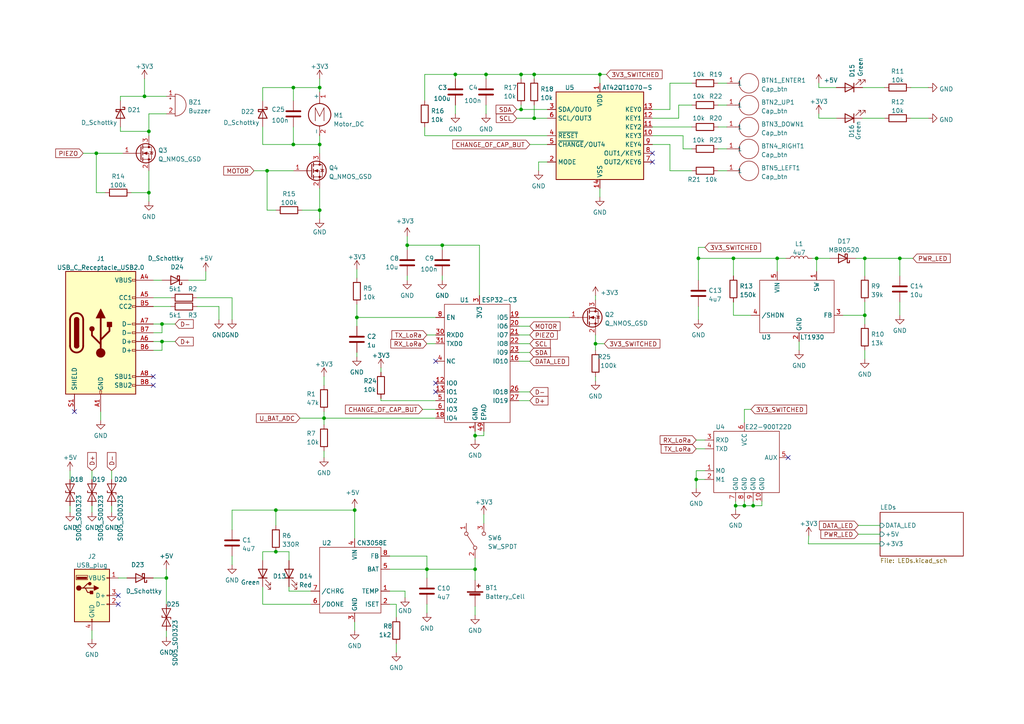
<source format=kicad_sch>
(kicad_sch (version 20211123) (generator eeschema)
  (paper "A4")
  (title_block (title "Semafor") (rev "1"))
  (junction (at 154.94 34.29))
  (junction (at 92.71 60.96))
  (junction (at 225.425 74.93))
  (junction (at 154.94 21.59))
  (junction (at 201.93 139.065))
  (junction (at 250.825 74.93))
  (junction (at 173.99 21.59))
  (junction (at 27.94 44.45))
  (junction (at 151.13 21.59))
  (junction (at 93.98 121.285))
  (junction (at 46.99 93.98))
  (junction (at 218.44 146.685))
  (junction (at 103.505 92.075))
  (junction (at 202.565 74.93))
  (junction (at 172.72 99.695))
  (junction (at 80.01 147.955))
  (junction (at 128.27 71.12))
  (junction (at 137.795 126.365))
  (junction (at 151.13 31.75))
  (junction (at 236.855 74.93))
  (junction (at 140.97 21.59))
  (junction (at 80.01 160.02))
  (junction (at 123.825 165.1))
  (junction (at 92.71 25.4))
  (junction (at 212.725 74.93))
  (junction (at 250.825 91.44))
  (junction (at 132.08 21.59))
  (junction (at 85.09 25.4))
  (junction (at 43.18 38.1))
  (junction (at 260.985 74.93))
  (junction (at 77.47 49.53))
  (junction (at 92.71 41.91))
  (junction (at 213.36 146.685))
  (junction (at 118.11 71.12))
  (junction (at 46.99 99.06))
  (junction (at 102.87 147.955))
  (junction (at 215.9 146.685))
  (junction (at 41.91 27.94))
  (junction (at 85.09 41.91))
  (junction (at 43.18 55.88))
  (junction (at 48.26 167.64))
  (junction (at 137.795 165.1))
  (no_connect (at 126.365 113.665))
  (no_connect (at 34.29 172.72))
  (no_connect (at 228.6 132.715))
  (no_connect (at 44.45 109.22))
  (no_connect (at 44.45 111.76))
  (no_connect (at 126.365 111.125))
  (no_connect (at 34.29 175.26))
  (no_connect (at 189.23 44.45))
  (no_connect (at 189.23 46.99))
  (no_connect (at 126.365 104.775))
  (no_connect (at 21.59 119.38))
  (wire (pts (xy 114.935 186.69) (xy 114.935 189.23)))
  (wire (pts (xy 150.495 94.615) (xy 153.67 94.615)))
  (wire (pts (xy 57.15 88.9) (xy 63.5 88.9)))
  (wire (pts (xy 54.61 81.28) (xy 59.69 81.28)))
  (wire (pts (xy 140.97 30.48) (xy 140.97 33.02)))
  (wire (pts (xy 213.36 146.685) (xy 213.36 147.955)))
  (wire (pts (xy 43.18 38.1) (xy 43.18 33.02)))
  (wire (pts (xy 172.72 97.155) (xy 172.72 99.695)))
  (wire (pts (xy 102.87 180.34) (xy 102.87 182.88)))
  (wire (pts (xy 83.82 170.18) (xy 83.82 171.45)))
  (wire (pts (xy 117.475 173.355) (xy 117.475 171.45)))
  (wire (pts (xy 26.67 146.685) (xy 26.67 148.59)))
  (wire (pts (xy 137.795 175.895) (xy 137.795 178.435)))
  (wire (pts (xy 34.925 36.83) (xy 34.925 38.1)))
  (wire (pts (xy 44.45 88.9) (xy 49.53 88.9)))
  (wire (pts (xy 67.31 161.29) (xy 67.31 163.83)))
  (wire (pts (xy 92.71 39.37) (xy 92.71 41.91)))
  (wire (pts (xy 93.98 119.38) (xy 93.98 121.285)))
  (wire (pts (xy 27.94 55.88) (xy 27.94 44.45)))
  (wire (pts (xy 194.31 31.75) (xy 194.31 24.13)))
  (wire (pts (xy 250.19 25.4) (xy 256.54 25.4)))
  (wire (pts (xy 92.71 54.61) (xy 92.71 60.96)))
  (wire (pts (xy 235.585 74.93) (xy 236.855 74.93)))
  (wire (pts (xy 73.66 49.53) (xy 77.47 49.53)))
  (wire (pts (xy 123.825 99.695) (xy 126.365 99.695)))
  (wire (pts (xy 85.09 36.83) (xy 85.09 41.91)))
  (wire (pts (xy 204.47 71.755) (xy 202.565 71.755)))
  (wire (pts (xy 126.365 116.205) (xy 110.49 116.205)))
  (wire (pts (xy 248.285 74.93) (xy 250.825 74.93)))
  (wire (pts (xy 34.925 38.1) (xy 43.18 38.1)))
  (wire (pts (xy 189.23 39.37) (xy 198.12 39.37)))
  (wire (pts (xy 204.47 136.525) (xy 201.93 136.525)))
  (wire (pts (xy 30.48 55.88) (xy 27.94 55.88)))
  (wire (pts (xy 173.99 54.61) (xy 173.99 57.15)))
  (wire (pts (xy 57.15 86.36) (xy 67.31 86.36)))
  (wire (pts (xy 46.99 93.98) (xy 50.8 93.98)))
  (wire (pts (xy 137.795 125.095) (xy 137.795 126.365)))
  (wire (pts (xy 92.71 22.86) (xy 92.71 25.4)))
  (wire (pts (xy 123.19 29.21) (xy 123.19 21.59)))
  (wire (pts (xy 250.825 80.01) (xy 250.825 74.93)))
  (wire (pts (xy 149.86 31.75) (xy 151.13 31.75)))
  (wire (pts (xy 118.11 80.01) (xy 118.11 81.28)))
  (wire (pts (xy 132.08 30.48) (xy 132.08 33.02)))
  (wire (pts (xy 151.13 21.59) (xy 151.13 22.86)))
  (wire (pts (xy 260.985 74.93) (xy 260.985 80.01)))
  (wire (pts (xy 80.01 60.96) (xy 77.47 60.96)))
  (wire (pts (xy 113.03 175.26) (xy 114.935 175.26)))
  (wire (pts (xy 80.01 147.955) (xy 80.01 152.4)))
  (wire (pts (xy 264.16 25.4) (xy 269.24 25.4)))
  (wire (pts (xy 250.19 34.29) (xy 256.54 34.29)))
  (wire (pts (xy 225.425 74.93) (xy 227.965 74.93)))
  (wire (pts (xy 59.69 81.28) (xy 59.69 78.74)))
  (wire (pts (xy 154.94 30.48) (xy 154.94 34.29)))
  (wire (pts (xy 208.28 49.53) (xy 210.82 49.53)))
  (wire (pts (xy 140.97 21.59) (xy 151.13 21.59)))
  (wire (pts (xy 194.31 49.53) (xy 200.66 49.53)))
  (wire (pts (xy 113.03 171.45) (xy 117.475 171.45)))
  (wire (pts (xy 137.795 126.365) (xy 137.795 127.635)))
  (wire (pts (xy 189.23 31.75) (xy 194.31 31.75)))
  (wire (pts (xy 156.21 46.99) (xy 156.21 49.53)))
  (wire (pts (xy 63.5 88.9) (xy 63.5 92.71)))
  (wire (pts (xy 212.725 91.44) (xy 212.725 87.63)))
  (wire (pts (xy 43.18 55.88) (xy 43.18 58.42)))
  (wire (pts (xy 92.71 25.4) (xy 92.71 26.67)))
  (wire (pts (xy 201.93 139.065) (xy 201.93 141.605)))
  (wire (pts (xy 215.9 146.685) (xy 213.36 146.685)))
  (wire (pts (xy 43.18 49.53) (xy 43.18 55.88)))
  (wire (pts (xy 139.065 71.12) (xy 128.27 71.12)))
  (wire (pts (xy 175.26 99.695) (xy 172.72 99.695)))
  (wire (pts (xy 48.26 182.88) (xy 48.26 184.785)))
  (wire (pts (xy 236.855 74.93) (xy 236.855 78.74)))
  (wire (pts (xy 150.495 104.775) (xy 153.67 104.775)))
  (wire (pts (xy 128.27 71.12) (xy 128.27 72.39)))
  (wire (pts (xy 172.72 85.725) (xy 172.72 86.995)))
  (wire (pts (xy 67.31 147.955) (xy 67.31 153.67)))
  (wire (pts (xy 85.09 25.4) (xy 92.71 25.4)))
  (wire (pts (xy 196.85 34.29) (xy 196.85 30.48)))
  (wire (pts (xy 173.99 21.59) (xy 175.895 21.59)))
  (wire (pts (xy 217.805 118.745) (xy 215.9 118.745)))
  (wire (pts (xy 140.97 22.86) (xy 140.97 21.59)))
  (wire (pts (xy 76.2 41.91) (xy 85.09 41.91)))
  (wire (pts (xy 44.45 99.06) (xy 46.99 99.06)))
  (wire (pts (xy 236.855 74.93) (xy 240.665 74.93)))
  (wire (pts (xy 208.28 24.13) (xy 210.82 24.13)))
  (wire (pts (xy 114.935 175.26) (xy 114.935 179.07)))
  (wire (pts (xy 110.49 116.205) (xy 110.49 115.57)))
  (wire (pts (xy 215.9 118.745) (xy 215.9 122.555)))
  (wire (pts (xy 250.825 74.93) (xy 260.985 74.93)))
  (wire (pts (xy 113.03 161.29) (xy 123.825 161.29)))
  (wire (pts (xy 90.17 171.45) (xy 83.82 171.45)))
  (wire (pts (xy 198.12 39.37) (xy 198.12 43.18)))
  (wire (pts (xy 172.72 99.695) (xy 172.72 101.6)))
  (wire (pts (xy 150.495 92.075) (xy 165.1 92.075)))
  (wire (pts (xy 237.49 33.02) (xy 237.49 34.29)))
  (wire (pts (xy 237.49 25.4) (xy 237.49 24.13)))
  (wire (pts (xy 118.11 71.12) (xy 128.27 71.12)))
  (wire (pts (xy 48.26 27.94) (xy 41.91 27.94)))
  (wire (pts (xy 77.47 49.53) (xy 85.09 49.53)))
  (wire (pts (xy 220.98 146.685) (xy 218.44 146.685)))
  (wire (pts (xy 123.19 21.59) (xy 132.08 21.59)))
  (wire (pts (xy 118.11 68.58) (xy 118.11 71.12)))
  (wire (pts (xy 128.27 80.01) (xy 128.27 81.28)))
  (wire (pts (xy 27.94 44.45) (xy 35.56 44.45)))
  (wire (pts (xy 196.85 30.48) (xy 200.66 30.48)))
  (wire (pts (xy 92.71 41.91) (xy 92.71 44.45)))
  (wire (pts (xy 76.2 160.02) (xy 80.01 160.02)))
  (wire (pts (xy 102.87 147.955) (xy 102.87 156.21)))
  (wire (pts (xy 150.495 116.205) (xy 153.67 116.205)))
  (wire (pts (xy 158.75 39.37) (xy 123.19 39.37)))
  (wire (pts (xy 149.86 34.29) (xy 154.94 34.29)))
  (wire (pts (xy 123.825 175.26) (xy 123.825 177.8)))
  (wire (pts (xy 38.1 55.88) (xy 43.18 55.88)))
  (wire (pts (xy 158.75 46.99) (xy 156.21 46.99)))
  (wire (pts (xy 250.825 91.44) (xy 250.825 93.98)))
  (wire (pts (xy 90.17 175.26) (xy 76.2 175.26)))
  (wire (pts (xy 93.98 121.285) (xy 93.98 123.19)))
  (wire (pts (xy 153.67 41.91) (xy 158.75 41.91)))
  (wire (pts (xy 208.28 30.48) (xy 210.82 30.48)))
  (wire (pts (xy 44.45 93.98) (xy 46.99 93.98)))
  (wire (pts (xy 93.98 121.285) (xy 126.365 121.285)))
  (wire (pts (xy 29.21 119.38) (xy 29.21 121.92)))
  (wire (pts (xy 194.31 24.13) (xy 200.66 24.13)))
  (wire (pts (xy 123.825 161.29) (xy 123.825 165.1)))
  (wire (pts (xy 87.63 60.96) (xy 92.71 60.96)))
  (wire (pts (xy 41.91 22.86) (xy 41.91 27.94)))
  (wire (pts (xy 44.45 101.6) (xy 46.99 101.6)))
  (wire (pts (xy 250.825 87.63) (xy 250.825 91.44)))
  (wire (pts (xy 208.28 36.83) (xy 210.82 36.83)))
  (wire (pts (xy 218.44 145.415) (xy 218.44 146.685)))
  (wire (pts (xy 76.2 162.56) (xy 76.2 160.02)))
  (wire (pts (xy 150.495 113.665) (xy 153.67 113.665)))
  (wire (pts (xy 44.45 167.64) (xy 48.26 167.64)))
  (wire (pts (xy 43.18 33.02) (xy 48.26 33.02)))
  (wire (pts (xy 264.795 74.93) (xy 260.985 74.93)))
  (wire (pts (xy 132.08 22.86) (xy 132.08 21.59)))
  (wire (pts (xy 260.985 87.63) (xy 260.985 91.44)))
  (wire (pts (xy 201.93 136.525) (xy 201.93 139.065)))
  (wire (pts (xy 76.2 25.4) (xy 85.09 25.4)))
  (wire (pts (xy 202.565 88.9) (xy 202.565 92.71)))
  (wire (pts (xy 201.93 130.175) (xy 204.47 130.175)))
  (wire (pts (xy 24.13 44.45) (xy 27.94 44.45)))
  (wire (pts (xy 139.065 85.725) (xy 139.065 71.12)))
  (wire (pts (xy 123.825 167.64) (xy 123.825 165.1)))
  (wire (pts (xy 44.45 96.52) (xy 46.99 96.52)))
  (wire (pts (xy 26.67 182.88) (xy 26.67 185.42)))
  (wire (pts (xy 208.28 43.18) (xy 210.82 43.18)))
  (wire (pts (xy 202.565 71.755) (xy 202.565 74.93)))
  (wire (pts (xy 103.505 102.235) (xy 103.505 103.505)))
  (wire (pts (xy 255.27 157.734) (xy 234.442 157.734)))
  (wire (pts (xy 20.32 146.685) (xy 20.32 148.59)))
  (wire (pts (xy 150.495 102.235) (xy 153.67 102.235)))
  (wire (pts (xy 86.995 121.285) (xy 93.98 121.285)))
  (wire (pts (xy 123.825 97.155) (xy 126.365 97.155)))
  (wire (pts (xy 173.99 21.59) (xy 173.99 24.13)))
  (wire (pts (xy 77.47 60.96) (xy 77.47 49.53)))
  (wire (pts (xy 237.49 25.4) (xy 242.57 25.4)))
  (wire (pts (xy 234.569 155.448) (xy 234.442 157.734)))
  (wire (pts (xy 67.31 147.955) (xy 80.01 147.955)))
  (wire (pts (xy 244.475 91.44) (xy 250.825 91.44)))
  (wire (pts (xy 202.565 74.93) (xy 202.565 81.28)))
  (wire (pts (xy 80.01 147.955) (xy 102.87 147.955)))
  (wire (pts (xy 201.93 139.065) (xy 204.47 139.065)))
  (wire (pts (xy 123.19 39.37) (xy 123.19 36.83)))
  (wire (pts (xy 150.495 99.695) (xy 153.67 99.695)))
  (wire (pts (xy 225.425 78.74) (xy 225.425 74.93)))
  (wire (pts (xy 140.335 126.365) (xy 137.795 126.365)))
  (wire (pts (xy 20.32 136.525) (xy 20.32 139.065)))
  (wire (pts (xy 250.825 101.6) (xy 250.825 104.14)))
  (wire (pts (xy 202.565 74.93) (xy 212.725 74.93)))
  (wire (pts (xy 44.45 86.36) (xy 49.53 86.36)))
  (wire (pts (xy 83.82 162.56) (xy 83.82 160.02)))
  (wire (pts (xy 248.92 154.94) (xy 255.27 154.94)))
  (wire (pts (xy 103.505 92.075) (xy 126.365 92.075)))
  (wire (pts (xy 231.775 99.06) (xy 231.775 101.6)))
  (wire (pts (xy 154.94 34.29) (xy 158.75 34.29)))
  (wire (pts (xy 198.12 43.18) (xy 200.66 43.18)))
  (wire (pts (xy 151.13 30.48) (xy 151.13 31.75)))
  (wire (pts (xy 46.99 93.98) (xy 46.99 96.52)))
  (wire (pts (xy 85.09 25.4) (xy 85.09 29.21)))
  (wire (pts (xy 85.09 41.91) (xy 92.71 41.91)))
  (wire (pts (xy 93.98 109.22) (xy 93.98 111.76)))
  (wire (pts (xy 137.795 161.925) (xy 137.795 165.1)))
  (wire (pts (xy 150.495 97.155) (xy 153.67 97.155)))
  (wire (pts (xy 44.45 81.28) (xy 46.99 81.28)))
  (wire (pts (xy 154.94 21.59) (xy 173.99 21.59)))
  (wire (pts (xy 34.925 27.94) (xy 41.91 27.94)))
  (wire (pts (xy 103.505 88.265) (xy 103.505 92.075)))
  (wire (pts (xy 140.335 149.225) (xy 140.335 151.765)))
  (wire (pts (xy 189.23 34.29) (xy 196.85 34.29)))
  (wire (pts (xy 154.94 21.59) (xy 154.94 22.86)))
  (wire (pts (xy 189.23 41.91) (xy 194.31 41.91)))
  (wire (pts (xy 102.87 147.32) (xy 102.87 147.955)))
  (wire (pts (xy 151.13 21.59) (xy 154.94 21.59)))
  (wire (pts (xy 194.31 41.91) (xy 194.31 49.53)))
  (wire (pts (xy 172.72 109.22) (xy 172.72 110.49)))
  (wire (pts (xy 48.26 167.64) (xy 48.26 175.26)))
  (wire (pts (xy 26.67 136.525) (xy 26.67 139.065)))
  (wire (pts (xy 237.49 34.29) (xy 242.57 34.29)))
  (wire (pts (xy 34.29 167.64) (xy 36.83 167.64)))
  (wire (pts (xy 123.825 165.1) (xy 137.795 165.1)))
  (wire (pts (xy 103.505 78.105) (xy 103.505 80.645)))
  (wire (pts (xy 215.9 145.415) (xy 215.9 146.685)))
  (wire (pts (xy 140.335 125.095) (xy 140.335 126.365)))
  (wire (pts (xy 218.44 146.685) (xy 215.9 146.685)))
  (wire (pts (xy 213.36 145.415) (xy 213.36 146.685)))
  (wire (pts (xy 48.26 165.1) (xy 48.26 167.64)))
  (wire (pts (xy 212.725 80.01) (xy 212.725 74.93)))
  (wire (pts (xy 217.805 91.44) (xy 212.725 91.44)))
  (wire (pts (xy 76.2 170.18) (xy 76.2 175.26)))
  (wire (pts (xy 264.16 34.29) (xy 269.24 34.29)))
  (wire (pts (xy 122.555 118.745) (xy 126.365 118.745)))
  (wire (pts (xy 151.13 31.75) (xy 158.75 31.75)))
  (wire (pts (xy 113.03 165.1) (xy 123.825 165.1)))
  (wire (pts (xy 32.385 146.685) (xy 32.385 148.59)))
  (wire (pts (xy 93.98 130.81) (xy 93.98 132.715)))
  (wire (pts (xy 110.49 106.68) (xy 110.49 107.95)))
  (wire (pts (xy 189.23 36.83) (xy 200.66 36.83)))
  (wire (pts (xy 43.18 38.1) (xy 43.18 39.37)))
  (wire (pts (xy 118.11 72.39) (xy 118.11 71.12)))
  (wire (pts (xy 248.92 152.4) (xy 255.27 152.4)))
  (wire (pts (xy 76.2 29.21) (xy 76.2 25.4)))
  (wire (pts (xy 46.99 99.06) (xy 46.99 101.6)))
  (wire (pts (xy 132.08 21.59) (xy 140.97 21.59)))
  (wire (pts (xy 67.31 86.36) (xy 67.31 92.71)))
  (wire (pts (xy 92.71 60.96) (xy 92.71 63.5)))
  (wire (pts (xy 80.01 160.02) (xy 83.82 160.02)))
  (wire (pts (xy 32.385 136.525) (xy 32.385 139.065)))
  (wire (pts (xy 220.98 145.415) (xy 220.98 146.685)))
  (wire (pts (xy 212.725 74.93) (xy 225.425 74.93)))
  (wire (pts (xy 34.925 27.94) (xy 34.925 29.21)))
  (wire (pts (xy 103.505 92.075) (xy 103.505 94.615)))
  (wire (pts (xy 137.795 165.1) (xy 137.795 168.275)))
  (wire (pts (xy 76.2 36.83) (xy 76.2 41.91)))
  (wire (pts (xy 201.93 127.635) (xy 204.47 127.635)))
  (wire (pts (xy 46.99 99.06) (xy 50.8 99.06)))
  (global_label "SDA" (shape input) (at 149.86 31.75 180) (property "Intersheet References" "${INTERSHEET_REFS}" (effects hide)))
  (global_label "MOTOR" (shape input) (at 153.67 94.615 0) (property "Intersheet References" "${INTERSHEET_REFS}" (effects hide)))
  (global_label "D+" (shape input) (at 153.67 116.205 0) (property "Intersheet References" "${INTERSHEET_REFS}" (effects hide)))
  (global_label "DATA_LED" (shape input) (at 153.67 104.775 0) (property "Intersheet References" "${INTERSHEET_REFS}" (effects hide)))
  (global_label "CHANGE_OF_CAP_BUT" (shape input) (at 153.67 41.91 180) (property "Intersheet References" "${INTERSHEET_REFS}" (effects hide)))
  (global_label "3V3_SWITCHED" (shape input) (at 204.47 71.755 0) (property "Intersheet References" "${INTERSHEET_REFS}" (effects hide)))
  (global_label "SCL" (shape input) (at 149.86 34.29 180) (property "Intersheet References" "${INTERSHEET_REFS}" (effects hide)))
  (global_label "D+" (shape input) (at 50.8 99.06 0) (property "Intersheet References" "${INTERSHEET_REFS}" (effects hide)))
  (global_label "3V3_SWITCHED" (shape input) (at 217.805 118.745 0) (property "Intersheet References" "${INTERSHEET_REFS}" (effects hide)))
  (global_label "DATA_LED" (shape input) (at 248.92 152.4 180) (property "Intersheet References" "${INTERSHEET_REFS}" (effects hide)))
  (global_label "3V3_SWITCHED" (shape input) (at 175.26 99.695 0) (property "Intersheet References" "${INTERSHEET_REFS}" (effects hide)))
  (global_label "D-" (shape input) (at 32.385 136.525 90) (property "Intersheet References" "${INTERSHEET_REFS}" (effects hide)))
  (global_label "MOTOR" (shape input) (at 73.66 49.53 180) (property "Intersheet References" "${INTERSHEET_REFS}" (effects hide)))
  (global_label "SDA" (shape input) (at 153.67 102.235 0) (property "Intersheet References" "${INTERSHEET_REFS}" (effects hide)))
  (global_label "3V3_SWITCHED" (shape input) (at 175.895 21.59 0) (property "Intersheet References" "${INTERSHEET_REFS}" (effects hide)))
  (global_label "U_BAT_ADC" (shape input) (at 86.995 121.285 180) (property "Intersheet References" "${INTERSHEET_REFS}" (effects hide)))
  (global_label "PWR_LED" (shape input) (at 248.92 154.94 180) (property "Intersheet References" "${INTERSHEET_REFS}" (effects hide)))
  (global_label "PIEZO" (shape input) (at 153.67 97.155 0) (property "Intersheet References" "${INTERSHEET_REFS}" (effects hide)))
  (global_label "RX_LoRa" (shape input) (at 123.825 99.695 180) (property "Intersheet References" "${INTERSHEET_REFS}" (effects hide)))
  (global_label "TX_LoRa" (shape input) (at 201.93 130.175 180) (property "Intersheet References" "${INTERSHEET_REFS}" (effects hide)))
  (global_label "D-" (shape input) (at 50.8 93.98 0) (property "Intersheet References" "${INTERSHEET_REFS}" (effects hide)))
  (global_label "TX_LoRa" (shape input) (at 123.825 97.155 180) (property "Intersheet References" "${INTERSHEET_REFS}" (effects hide)))
  (global_label "SCL" (shape input) (at 153.67 99.695 0) (property "Intersheet References" "${INTERSHEET_REFS}" (effects hide)))
  (global_label "PWR_LED" (shape input) (at 264.795 74.93 0) (property "Intersheet References" "${INTERSHEET_REFS}" (effects hide)))
  (global_label "RX_LoRa" (shape input) (at 201.93 127.635 180) (property "Intersheet References" "${INTERSHEET_REFS}" (effects hide)))
  (global_label "D+" (shape input) (at 26.67 136.525 90) (property "Intersheet References" "${INTERSHEET_REFS}" (effects hide)))
  (global_label "D-" (shape input) (at 153.67 113.665 0) (property "Intersheet References" "${INTERSHEET_REFS}" (effects hide)))
  (global_label "CHANGE_OF_CAP_BUT" (shape input) (at 122.555 118.745 180) (property "Intersheet References" "${INTERSHEET_REFS}" (effects hide)))
  (global_label "PIEZO" (shape input) (at 24.13 44.45 180) (property "Intersheet References" "${INTERSHEET_REFS}" (effects hide)))
  (symbol (lib_id "Device:C") (at 140.97 26.67 0) (unit 1)
    (property "Reference" "C4" (at 135.89 25.4 0) (effects (justify left)))
    (property "Value" "100n" (at 134.62 29.21 0) (effects (justify left)))
    (property "Footprint" "Capacitor_SMD:C_0603_1608Metric" (effects hide))
  )
  (symbol (lib_name "E22-900T22D_1") (lib_id "Library:E22-900T22D") (at 219.71 133.985 0) (unit 1)
    (property "Reference" "U4" (at 208.915 123.825 0))
    (property "Value" "E22-900T22D" (at 222.885 123.825 0))
    (property "Footprint" "Library:E22-900T22D" (effects hide))
  )
  (symbol (lib_id "Device:Q_NMOS_GSD") (at 90.17 49.53 0) (unit 1)
    (property "Reference" "Q4" (at 95.377 48.6953 0) (effects (justify left)))
    (property "Value" "Q_NMOS_GSD" (at 95.377 51.2322 0) (effects (justify left)))
    (property "Footprint" "Package_TO_SOT_SMD:SOT-23" (effects hide))
    (property "LCSC" "C8545" (effects hide))
  )
  (symbol (lib_id "Device:D_Schottky") (at 40.64 167.64 180) (unit 1)
    (property "Reference" "D23" (at 41.91 163.83 0) (effects (justify left)))
    (property "Value" "D_Schottky" (at 46.99 171.45 0) (effects (justify left)))
    (property "Footprint" "Diode_SMD:D_SOD-123" (effects hide))
    (property "Datasheet" "https://datasheet.lcsc.com/lcsc/2110281130_KUU-B5817W_C2909923.pdf" (effects hide))
    (property "LCSC" "C2909923" (effects hide))
  )
  (symbol (lib_id "Device:LED") (at 76.2 166.37 90) (unit 1)
    (property "Reference" "D13" (at 79.121 167.1228 90) (effects (justify right)))
    (property "Value" "Green" (at 69.85 168.91 90) (effects (justify right)))
    (property "Footprint" "LED_SMD:LED_0603_1608Metric" (effects hide))
  )
  (symbol (lib_id "Device:R") (at 93.98 115.57 0) (unit 1)
    (property "Reference" "R1" (at 88.9 114.3 0) (effects (justify left)))
    (property "Value" "47k" (at 88.9 116.84 0) (effects (justify left)))
    (property "Footprint" "Resistor_SMD:R_0603_1608Metric" (effects hide))
  )
  (symbol (lib_id "power:+3V3") (at 118.11 68.58 0) (unit 1)
    (property "Reference" "#PWR0133" (effects hide))
    (property "Value" "+3V3" (at 117.475 64.135 0))
  )
  (symbol (lib_id "Device:D_Schottky") (at 50.8 81.28 180) (unit 1)
    (property "Reference" "D24" (at 53.34 77.47 0) (effects (justify left)))
    (property "Value" "D_Schottky" (at 53.34 74.93 0) (effects (justify left)))
    (property "Footprint" "Diode_SMD:D_SOD-123" (effects hide))
    (property "Datasheet" "https://datasheet.lcsc.com/lcsc/2110281130_KUU-B5817W_C2909923.pdf" (effects hide))
    (property "LCSC" "C2909923" (effects hide))
  )
  (symbol (lib_id "Device:R") (at 93.98 127 0) (unit 1)
    (property "Reference" "R7" (at 88.9 125.73 0) (effects (justify left)))
    (property "Value" "10k" (at 88.9 128.27 0) (effects (justify left)))
    (property "Footprint" "Resistor_SMD:R_0603_1608Metric" (effects hide))
  )
  (symbol (lib_id "Device:D_Schottky") (at 34.925 33.02 270) (unit 1)
    (property "Reference" "D21" (at 36.957 31.8678 90) (effects (justify left)))
    (property "Value" "D_Schottky" (at 23.495 35.56 90) (effects (justify left)))
    (property "Footprint" "Diode_SMD:D_SOD-123" (effects hide))
    (property "Datasheet" "https://datasheet.lcsc.com/lcsc/2110281130_KUU-B5817W_C2909923.pdf" (effects hide))
    (property "LCSC" "C2909923" (effects hide))
  )
  (symbol (lib_id "Device:R") (at 260.35 25.4 90) (unit 1)
    (property "Reference" "R11" (at 260.35 20.6842 90))
    (property "Value" "10k" (at 260.35 23.2211 90))
    (property "Footprint" "Resistor_SMD:R_0603_1608Metric" (effects hide))
  )
  (symbol (lib_id "power:+3V3") (at 234.569 155.448 0) (unit 1)
    (property "Reference" "#PWR0161" (effects hide))
    (property "Value" "+3V3" (at 234.569 151.8722 0))
  )
  (symbol (lib_id "Device:C") (at 67.31 157.48 0) (unit 1)
    (property "Reference" "C1" (at 70.231 156.6453 0) (effects (justify left)))
    (property "Value" "4u7" (at 70.231 159.1822 0) (effects (justify left)))
    (property "Footprint" "Capacitor_SMD:C_0805_2012Metric" (effects hide))
  )
  (symbol (lib_id "Device:D_Schottky") (at 76.2 33.02 270) (unit 1)
    (property "Reference" "D22" (at 69.85 32.385 90) (effects (justify left)))
    (property "Value" "D_Schottky" (at 64.77 35.56 90) (effects (justify left)))
    (property "Footprint" "Diode_SMD:D_SOD-123" (effects hide))
    (property "Datasheet" "https://datasheet.lcsc.com/lcsc/2110281130_KUU-B5817W_C2909923.pdf" (effects hide))
    (property "LCSC" "C2909923" (effects hide))
  )
  (symbol (lib_id "Library:Cap_btn") (at 217.17 36.83 0) (unit 1)
    (property "Reference" "BTN3_DOWN1" (at 220.7464 36.0207 0) (effects (justify left)))
    (property "Value" "Cap_btn" (at 220.7464 38.5576 0) (effects (justify left)))
    (property "Footprint" "Library:Cap_btn_2x2" (effects hide))
  )
  (symbol (lib_id "power:GND") (at 156.21 49.53 0) (unit 1)
    (property "Reference" "#PWR0128" (effects hide))
    (property "Value" "GND" (at 156.21 53.9734 0))
  )
  (symbol (lib_name "ESP32-C3_1") (lib_id "Library:ESP32-C3") (at 153.035 109.855 0) (unit 1)
    (property "Reference" "U1" (at 133.35 86.995 0) (effects (justify left)))
    (property "Value" "ESP32-C3" (at 139.7 86.995 0) (effects (justify left)))
    (property "Footprint" "Library:ESP32-C3" (effects hide))
    (property "Datasheet" "https://www.espressif.com/sites/default/files/documentation/esp32-c3-mini-1_datasheet_en.pdf" (effects hide))
  )
  (symbol (lib_id "power:GND") (at 123.825 177.8 0) (unit 1)
    (property "Reference" "#PWR0150" (effects hide))
    (property "Value" "GND" (at 123.825 182.2434 0))
  )
  (symbol (lib_id "power:GND") (at 63.5 92.71 0) (unit 1)
    (property "Reference" "#PWR0153" (effects hide))
    (property "Value" "GND" (at 63.5 97.1534 0))
  )
  (symbol (lib_id "Device:C") (at 85.09 33.02 0) (unit 1)
    (property "Reference" "C25" (at 78.74 31.75 0) (effects (justify left)))
    (property "Value" "100n" (at 78.74 34.925 0) (effects (justify left)))
    (property "Footprint" "Capacitor_SMD:C_0603_1608Metric" (effects hide))
  )
  (symbol (lib_id "Device:LED") (at 246.38 25.4 180) (unit 1)
    (property "Reference" "D15" (at 247.1328 22.479 90) (effects (justify right)))
    (property "Value" "Green" (at 249.555 22.225 90) (effects (justify right)))
    (property "Footprint" "LED_SMD:LED_0603_1608Metric" (effects hide))
  )
  (symbol (lib_id "Diode:SD05_SOD323") (at 32.385 142.875 90) (unit 1)
    (property "Reference" "D20" (at 33.02 139.065 90) (effects (justify right)))
    (property "Value" "SD05_SOD323" (at 34.925 143.51 0) (effects (justify right)))
    (property "Footprint" "Diode_SMD:D_SOD-323" (effects hide))
    (property "Datasheet" "https://www.littelfuse.com/~/media/electronics/datasheets/tvs_diode_arrays/littelfuse_tvs_diode_array_sd_c_datasheet.pdf.pdf" (effects hide))
  )
  (symbol (lib_id "power:GND") (at 260.985 91.44 0) (unit 1)
    (property "Reference" "#PWR0143" (effects hide))
    (property "Value" "GND" (at 260.985 95.8834 0))
  )
  (symbol (lib_id "Device:R") (at 204.47 49.53 270) (unit 1)
    (property "Reference" "R21" (at 199.39 52.07 90) (effects (justify left)))
    (property "Value" "10k" (at 204.47 52.07 90) (effects (justify left)))
    (property "Footprint" "Resistor_SMD:R_0603_1608Metric" (effects hide))
  )
  (symbol (lib_id "power:GND") (at 26.67 185.42 0) (unit 1)
    (property "Reference" "#PWR0182" (effects hide))
    (property "Value" "GND" (at 26.67 189.8634 0))
  )
  (symbol (lib_id "power:GND") (at 117.475 173.355 0) (unit 1)
    (property "Reference" "#PWR0102" (effects hide))
    (property "Value" "GND" (at 117.475 177.165 0))
  )
  (symbol (lib_id "Library:LT1930") (at 231.775 88.9 0) (unit 1)
    (property "Reference" "U3" (at 222.25 97.79 0))
    (property "Value" "LT1930" (at 235.585 97.79 0))
    (property "Footprint" "Package_TO_SOT_SMD:SOT-23-5" (effects hide))
    (property "Datasheet" "https://www.analog.com/media/en/technical-documentation/data-sheets/1930f.pdf" (effects hide))
    (property "LCSC" "C579930" (effects hide))
  )
  (symbol (lib_id "Device:R") (at 123.19 33.02 0) (unit 1)
    (property "Reference" "R16" (at 124.968 32.1853 0) (effects (justify left)))
    (property "Value" "10k" (at 124.968 34.7222 0) (effects (justify left)))
    (property "Footprint" "Resistor_SMD:R_0603_1608Metric" (effects hide))
  )
  (symbol (lib_id "power:GND") (at 201.93 141.605 0) (unit 1)
    (property "Reference" "#PWR0132" (effects hide))
    (property "Value" "GND" (at 201.93 146.0484 0))
  )
  (symbol (lib_id "Device:C") (at 118.11 76.2 0) (unit 1)
    (property "Reference" "C8" (at 113.03 74.93 0) (effects (justify left)))
    (property "Value" "10u" (at 111.76 77.47 0) (effects (justify left)))
    (property "Footprint" "Capacitor_SMD:C_0805_2012Metric" (effects hide))
  )
  (symbol (lib_id "Device:C") (at 132.08 26.67 0) (unit 1)
    (property "Reference" "C3" (at 127 25.4 0) (effects (justify left)))
    (property "Value" "100u" (at 125.73 28.575 0) (effects (justify left)))
    (property "Footprint" "Capacitor_SMD:C_0805_2012Metric" (effects hide))
  )
  (symbol (lib_id "Device:Buzzer") (at 50.8 30.48 0) (unit 1)
    (property "Reference" "BZ1" (at 54.61 29.6453 0) (effects (justify left)))
    (property "Value" "Buzzer" (at 54.61 32.1822 0) (effects (justify left)))
    (property "Footprint" "Library:PIEZO" (effects hide))
    (property "Datasheet" "https://www.tme.eu/Document/1ff2ab27ffcd141d4c8d7506962ac351/bmt1205xh7_5_020200.pdf" (effects hide))
  )
  (symbol (lib_id "Device:R") (at 151.13 26.67 0) (unit 1)
    (property "Reference" "R17" (at 146.05 25.4 0) (effects (justify left)))
    (property "Value" "10k" (at 146.05 27.94 0) (effects (justify left)))
    (property "Footprint" "Resistor_SMD:R_0603_1608Metric" (effects hide))
  )
  (symbol (lib_id "Device:R") (at 110.49 111.76 0) (unit 1)
    (property "Reference" "R24" (at 105.41 110.49 0) (effects (justify left)))
    (property "Value" "10k" (at 105.41 113.03 0) (effects (justify left)))
    (property "Footprint" "Resistor_SMD:R_0603_1608Metric" (effects hide))
  )
  (symbol (lib_id "power:GND") (at 132.08 33.02 0) (unit 1)
    (property "Reference" "#PWR0130" (effects hide))
    (property "Value" "GND" (at 132.08 37.4634 0))
  )
  (symbol (lib_id "Connector:USB_C_Receptacle_USB2.0") (at 29.21 96.52 0) (unit 1)
    (property "Reference" "J1" (at 29.21 75.0402 0))
    (property "Value" "USB_C_Receptacle_USB2.0" (at 29.21 77.5771 0))
    (property "Footprint" "Connector_USB:USB_C_Receptacle_HRO_TYPE-C-31-M-12" (effects hide))
    (property "Datasheet" "https://www.usb.org/sites/default/files/documents/usb_type-c.zip" (effects hide))
  )
  (symbol (lib_id "Device:R") (at 250.825 97.79 0) (unit 1)
    (property "Reference" "R10" (at 252.603 96.9553 0) (effects (justify left)))
    (property "Value" "13k" (at 252.603 99.4922 0) (effects (justify left)))
    (property "Footprint" "Resistor_SMD:R_0603_1608Metric" (effects hide))
  )
  (symbol (lib_id "Library:Cap_btn") (at 217.17 24.13 0) (unit 1)
    (property "Reference" "BTN1_ENTER1" (at 220.7464 23.3207 0) (effects (justify left)))
    (property "Value" "Cap_btn" (at 220.7464 25.8576 0) (effects (justify left)))
    (property "Footprint" "Library:Cap_btn_5x5" (effects hide))
  )
  (symbol (lib_id "power:+3V3") (at 140.335 149.225 0) (unit 1)
    (property "Reference" "#PWR0135" (effects hide))
    (property "Value" "+3V3" (at 140.335 145.6492 0))
  )
  (symbol (lib_id "power:+5V") (at 237.49 24.13 0) (unit 1)
    (property "Reference" "#PWR0140" (effects hide))
    (property "Value" "+5V" (at 238.887 23.2938 0) (effects (justify left)))
  )
  (symbol (lib_id "Device:R") (at 80.01 156.21 0) (unit 1)
    (property "Reference" "R6" (at 81.788 155.3753 0) (effects (justify left)))
    (property "Value" "330R" (at 81.788 157.9122 0) (effects (justify left)))
    (property "Footprint" "Resistor_SMD:R_0603_1608Metric" (effects hide))
  )
  (symbol (lib_id "power:+3V3") (at 110.49 106.68 0) (unit 1)
    (property "Reference" "#PWR0129" (effects hide))
    (property "Value" "+3V3" (at 110.49 103.1042 0))
  )
  (symbol (lib_id "power:+3V3") (at 103.505 78.105 0) (unit 1)
    (property "Reference" "#PWR0158" (effects hide))
    (property "Value" "+3V3" (at 103.505 74.5292 0))
  )
  (symbol (lib_id "power:+5V") (at 20.32 136.525 0) (unit 1)
    (property "Reference" "#PWR0178" (effects hide))
    (property "Value" "+5V" (at 20.32 132.715 0))
  )
  (symbol (lib_id "Library:Cap_btn") (at 217.17 43.18 0) (unit 1)
    (property "Reference" "BTN4_RIGHT1" (at 220.7464 42.3707 0) (effects (justify left)))
    (property "Value" "Cap_btn" (at 220.7464 44.9076 0) (effects (justify left)))
    (property "Footprint" "Library:Cap_btn_2x2" (effects hide))
  )
  (symbol (lib_id "power:GND") (at 269.24 25.4 90) (unit 1)
    (property "Reference" "#PWR0138" (effects hide))
    (property "Value" "GND" (at 272.415 25.8338 90) (effects (justify right)))
  )
  (symbol (lib_id "power:GND") (at 269.24 34.29 90) (unit 1)
    (property "Reference" "#PWR0137" (effects hide))
    (property "Value" "GND" (at 272.415 34.7238 90) (effects (justify right)))
  )
  (symbol (lib_id "power:+3V3") (at 92.71 22.86 0) (unit 1)
    (property "Reference" "#PWR0185" (effects hide))
    (property "Value" "+3V3" (at 92.71 19.2842 0))
  )
  (symbol (lib_id "Device:R") (at 204.47 24.13 90) (unit 1)
    (property "Reference" "R19" (at 209.55 21.59 90) (effects (justify left)))
    (property "Value" "10k" (at 204.47 21.59 90) (effects (justify left)))
    (property "Footprint" "Resistor_SMD:R_0603_1608Metric" (effects hide))
  )
  (symbol (lib_id "Device:C") (at 103.505 98.425 0) (unit 1)
    (property "Reference" "C2" (at 106.426 97.5903 0) (effects (justify left)))
    (property "Value" "1u" (at 106.426 100.1272 0) (effects (justify left)))
    (property "Footprint" "Capacitor_SMD:C_0805_2012Metric" (effects hide))
  )
  (symbol (lib_id "Library:CN3058E") (at 102.87 168.91 0) (unit 1)
    (property "Reference" "U2" (at 93.345 157.48 0) (effects (justify left)))
    (property "Value" "CN3058E" (at 103.505 157.48 0) (effects (justify left)))
    (property "Footprint" "Package_SO:SOP-8_3.76x4.96mm_P1.27mm" (effects hide))
    (property "Datasheet" "http://www.consonance-elec.com/en/static/upload/file/20220425/1650867856106004.pdf" (effects hide))
  )
  (symbol (lib_id "power:+3V3") (at 93.98 109.22 0) (unit 1)
    (property "Reference" "#PWR0139" (effects hide))
    (property "Value" "+3V3" (at 93.98 105.6442 0))
  )
  (symbol (lib_id "Diode:SD05_SOD323") (at 20.32 142.875 90) (unit 1)
    (property "Reference" "D18" (at 20.32 139.065 90) (effects (justify right)))
    (property "Value" "SD05_SOD323" (at 22.86 143.51 0) (effects (justify right)))
    (property "Footprint" "Diode_SMD:D_SOD-323" (effects hide))
    (property "Datasheet" "https://www.littelfuse.com/~/media/electronics/datasheets/tvs_diode_arrays/littelfuse_tvs_diode_array_sd_c_datasheet.pdf.pdf" (effects hide))
  )
  (symbol (lib_id "power:GND") (at 93.98 132.715 0) (unit 1)
    (property "Reference" "#PWR0156" (effects hide))
    (property "Value" "GND" (at 93.98 137.1584 0))
  )
  (symbol (lib_id "Device:R") (at 53.34 88.9 90) (unit 1)
    (property "Reference" "R3" (at 55.88 91.44 90))
    (property "Value" "5k1" (at 50.8 91.44 90))
    (property "Footprint" "Resistor_SMD:R_0402_1005Metric" (effects hide))
  )
  (symbol (lib_id "Device:L") (at 231.775 74.93 90) (unit 1)
    (property "Reference" "L1" (at 231.775 70.7222 90))
    (property "Value" "4u7" (at 231.775 73.2591 90))
    (property "Footprint" "Library:L_CDRH3D18" (effects hide))
    (property "LCSC" "C167273" (effects hide))
  )
  (symbol (lib_id "Device:C") (at 260.985 83.82 0) (unit 1)
    (property "Reference" "C14" (at 263.906 82.9853 0) (effects (justify left)))
    (property "Value" "10u" (at 263.906 85.5222 0) (effects (justify left)))
    (property "Footprint" "Capacitor_SMD:C_0805_2012Metric" (effects hide))
  )
  (symbol (lib_id "power:GND") (at 118.11 81.28 0) (unit 1)
    (property "Reference" "#PWR0160" (effects hide))
    (property "Value" "GND" (at 118.11 85.7234 0))
  )
  (symbol (lib_id "power:GND") (at 114.935 189.23 0) (unit 1)
    (property "Reference" "#PWR0148" (effects hide))
    (property "Value" "GND" (at 114.935 193.6734 0))
  )
  (symbol (lib_id "Device:R") (at 83.82 60.96 90) (unit 1)
    (property "Reference" "R15" (at 83.82 56.2442 90))
    (property "Value" "100k" (at 83.82 58.7811 90))
    (property "Footprint" "Resistor_SMD:R_0603_1608Metric" (effects hide))
  )
  (symbol (lib_id "power:GND") (at 48.26 184.785 0) (unit 1)
    (property "Reference" "#PWR0189" (effects hide))
    (property "Value" "GND" (at 48.26 189.2284 0))
  )
  (symbol (lib_id "Device:Q_NMOS_GSD") (at 170.18 92.075 0) (unit 1)
    (property "Reference" "Q2" (at 175.387 91.2403 0) (effects (justify left)))
    (property "Value" "Q_NMOS_GSD" (at 175.387 93.7772 0) (effects (justify left)))
    (property "Footprint" "Package_TO_SOT_SMD:SOT-23" (effects hide))
    (property "LCSC" "C8545" (effects hide))
  )
  (symbol (lib_id "Device:R") (at 212.725 83.82 0) (unit 1)
    (property "Reference" "R13" (at 214.503 82.9853 0) (effects (justify left)))
    (property "Value" "150k" (at 214.503 85.5222 0) (effects (justify left)))
    (property "Footprint" "Resistor_SMD:R_0603_1608Metric" (effects hide))
  )
  (symbol (lib_id "Device:LED") (at 83.82 166.37 90) (unit 1)
    (property "Reference" "D14" (at 86.741 167.1228 90) (effects (justify right)))
    (property "Value" "Red" (at 86.741 169.6597 90) (effects (justify right)))
    (property "Footprint" "LED_SMD:LED_0603_1608Metric" (effects hide))
  )
  (symbol (lib_id "power:+5V") (at 48.26 165.1 0) (unit 1)
    (property "Reference" "#PWR0188" (effects hide))
    (property "Value" "+5V" (at 48.26 161.29 0))
  )
  (symbol (lib_id "Device:LED") (at 246.38 34.29 180) (unit 1)
    (property "Reference" "D16" (at 247.015 40.005 90) (effects (justify right)))
    (property "Value" "Green" (at 248.92 40.64 90) (effects (justify right)))
    (property "Footprint" "LED_SMD:LED_0603_1608Metric" (effects hide))
  )
  (symbol (lib_id "Switch:SW_SPDT") (at 137.795 156.845 90) (unit 1)
    (property "Reference" "SW6" (at 141.478 156.0103 90) (effects (justify right)))
    (property "Value" "SW_SPDT" (at 141.478 158.5472 90) (effects (justify right)))
    (property "Footprint" "Connector_PinSocket_2.54mm:PinSocket_1x03_P2.54mm_Vertical" (effects hide))
  )
  (symbol (lib_id "power:GND") (at 103.505 103.505 0) (unit 1)
    (property "Reference" "#PWR0157" (effects hide))
    (property "Value" "GND" (at 103.505 107.9484 0))
  )
  (symbol (lib_id "Device:R") (at 172.72 105.41 0) (unit 1)
    (property "Reference" "R25" (at 175.26 103.505 0))
    (property "Value" "100k" (at 176.53 106.045 0))
    (property "Footprint" "Resistor_SMD:R_0603_1608Metric" (effects hide))
  )
  (symbol (lib_id "power:GND") (at 67.31 163.83 0) (unit 1)
    (property "Reference" "#PWR0151" (effects hide))
    (property "Value" "GND" (at 67.31 168.2734 0))
  )
  (symbol (lib_id "Sensor_Touch:AT42QT1070-S") (at 173.99 39.37 0) (unit 1)
    (property "Reference" "U5" (at 163.83 25.4 0) (effects (justify left)))
    (property "Value" "AT42QT1070-S" (at 174.625 25.4 0) (effects (justify left)))
    (property "Footprint" "Package_SO:SOIC-14_3.9x8.7mm_P1.27mm" (effects hide))
    (property "Datasheet" "http://ww1.microchip.com/downloads/en/DeviceDoc/Atmel-9596-AT42-QTouch-BSW-AT42QT1070_Datasheet.pdf" (effects hide))
  )
  (symbol (lib_id "Device:C") (at 128.27 76.2 0) (unit 1)
    (property "Reference" "C9" (at 123.19 74.93 0) (effects (justify left)))
    (property "Value" "100n" (at 121.92 78.105 0) (effects (justify left)))
    (property "Footprint" "Capacitor_SMD:C_0603_1608Metric" (effects hide))
  )
  (symbol (lib_id "Device:R") (at 114.935 182.88 0) (unit 1)
    (property "Reference" "R8" (at 111.125 181.61 0) (effects (justify left)))
    (property "Value" "1k2" (at 109.855 184.15 0) (effects (justify left)))
    (property "Footprint" "Resistor_SMD:R_0603_1608Metric" (effects hide))
  )
  (symbol (lib_id "power:GND") (at 137.795 127.635 0) (unit 1)
    (property "Reference" "#PWR0101" (effects hide))
    (property "Value" "GND" (at 137.795 132.0784 0))
  )
  (symbol (lib_id "Library:Cap_btn") (at 217.17 49.53 0) (unit 1)
    (property "Reference" "BTN5_LEFT1" (at 220.7464 48.7207 0) (effects (justify left)))
    (property "Value" "Cap_btn" (at 220.7464 51.2576 0) (effects (justify left)))
    (property "Footprint" "Library:Cap_btn_2x2" (effects hide))
  )
  (symbol (lib_id "Device:C") (at 202.565 85.09 0) (unit 1)
    (property "Reference" "C13" (at 205.486 84.2553 0) (effects (justify left)))
    (property "Value" "4u7" (at 205.486 86.7922 0) (effects (justify left)))
    (property "Footprint" "Capacitor_SMD:C_0805_2012Metric" (effects hide))
  )
  (symbol (lib_id "Device:R") (at 260.35 34.29 90) (unit 1)
    (property "Reference" "R12" (at 260.35 29.5742 90))
    (property "Value" "10k" (at 260.35 32.1111 90))
    (property "Footprint" "Resistor_SMD:R_0603_1608Metric" (effects hide))
  )
  (symbol (lib_id "power:GND") (at 202.565 92.71 0) (unit 1)
    (property "Reference" "#PWR0145" (effects hide))
    (property "Value" "GND" (at 202.565 97.1534 0))
  )
  (symbol (lib_id "power:GND") (at 250.825 104.14 0) (unit 1)
    (property "Reference" "#PWR0144" (effects hide))
    (property "Value" "GND" (at 250.825 108.5834 0))
  )
  (symbol (lib_id "Device:R") (at 103.505 84.455 0) (unit 1)
    (property "Reference" "R5" (at 105.283 83.6203 0) (effects (justify left)))
    (property "Value" "10k" (at 105.283 86.1572 0) (effects (justify left)))
    (property "Footprint" "Resistor_SMD:R_0603_1608Metric" (effects hide))
  )
  (symbol (lib_id "power:GND") (at 231.775 101.6 0) (unit 1)
    (property "Reference" "#PWR0142" (effects hide))
    (property "Value" "GND" (at 231.775 106.0434 0))
  )
  (symbol (lib_id "Device:R") (at 204.47 43.18 90) (unit 1)
    (property "Reference" "R23" (at 209.55 40.64 90) (effects (justify left)))
    (property "Value" "10k" (at 204.47 40.64 90) (effects (justify left)))
    (property "Footprint" "Resistor_SMD:R_0603_1608Metric" (effects hide))
  )
  (symbol (lib_id "power:+5V") (at 59.69 78.74 0) (unit 1)
    (property "Reference" "#PWR0155" (effects hide))
    (property "Value" "+5V" (at 59.69 74.93 0))
  )
  (symbol (lib_id "Device:R") (at 204.47 30.48 90) (unit 1)
    (property "Reference" "R22" (at 209.55 27.94 90) (effects (justify left)))
    (property "Value" "10k" (at 204.47 27.94 90) (effects (justify left)))
    (property "Footprint" "Resistor_SMD:R_0603_1608Metric" (effects hide))
  )
  (symbol (lib_id "power:GND") (at 92.71 63.5 0) (unit 1)
    (property "Reference" "#PWR0186" (effects hide))
    (property "Value" "GND" (at 92.71 67.31 0))
  )
  (symbol (lib_id "power:GND") (at 173.99 57.15 0) (unit 1)
    (property "Reference" "#PWR0127" (effects hide))
    (property "Value" "GND" (at 173.99 61.5934 0))
  )
  (symbol (lib_id "Device:Q_NMOS_GSD") (at 40.64 44.45 0) (unit 1)
    (property "Reference" "Q3" (at 45.847 43.6153 0) (effects (justify left)))
    (property "Value" "Q_NMOS_GSD" (at 45.847 46.1522 0) (effects (justify left)))
    (property "Footprint" "Package_TO_SOT_SMD:SOT-23" (effects hide))
    (property "LCSC" "C8545" (effects hide))
  )
  (symbol (lib_id "power:+3V3") (at 172.72 85.725 0) (unit 1)
    (property "Reference" "#PWR0187" (effects hide))
    (property "Value" "+3V3" (at 174.117 84.8888 0) (effects (justify left)))
  )
  (symbol (lib_id "Device:D_Schottky") (at 244.475 74.93 180) (unit 1)
    (property "Reference" "D17" (at 244.7925 69.9602 0))
    (property "Value" "MBR0520" (at 244.7925 72.4971 0))
    (property "Footprint" "Diode_SMD:D_SOD-123" (effects hide))
    (property "LCSC" "C77335" (effects hide))
  )
  (symbol (lib_id "power:GND") (at 20.32 148.59 0) (unit 1)
    (property "Reference" "#PWR0177" (effects hide))
    (property "Value" "GND" (at 20.32 153.0334 0))
  )
  (symbol (lib_id "power:+3V3") (at 41.91 22.86 0) (unit 1)
    (property "Reference" "#PWR0184" (effects hide))
    (property "Value" "+3V3" (at 41.91 19.2842 0))
  )
  (symbol (lib_id "power:GND") (at 26.67 148.59 0) (unit 1)
    (property "Reference" "#PWR0175" (effects hide))
    (property "Value" "GND" (at 26.67 153.0334 0))
  )
  (symbol (lib_id "power:GND") (at 128.27 81.28 0) (unit 1)
    (property "Reference" "#PWR0159" (effects hide))
    (property "Value" "GND" (at 128.27 85.7234 0))
  )
  (symbol (lib_id "Device:R") (at 154.94 26.67 0) (unit 1)
    (property "Reference" "R18" (at 156.718 25.8353 0) (effects (justify left)))
    (property "Value" "10k" (at 156.718 28.3722 0) (effects (justify left)))
    (property "Footprint" "Resistor_SMD:R_0603_1608Metric" (effects hide))
  )
  (symbol (lib_id "power:GND") (at 67.31 92.71 0) (unit 1)
    (property "Reference" "#PWR0154" (effects hide))
    (property "Value" "GND" (at 67.31 97.1534 0))
  )
  (symbol (lib_id "Library:USB_plug") (at 26.67 172.72 0) (unit 1)
    (property "Reference" "J2" (at 26.67 161.4002 0))
    (property "Value" "USB_plug" (at 26.67 163.9371 0))
    (property "Footprint" "Library:USB_plug" (effects hide))
    (property "Datasheet" " ~" (effects hide))
  )
  (symbol (lib_id "power:GND") (at 43.18 58.42 0) (unit 1)
    (property "Reference" "#PWR0183" (effects hide))
    (property "Value" "GND" (at 43.18 62.8634 0))
  )
  (symbol (lib_id "power:GND") (at 102.87 182.88 0) (unit 1)
    (property "Reference" "#PWR0149" (effects hide))
    (property "Value" "GND" (at 102.87 187.3234 0))
  )
  (symbol (lib_id "power:GND") (at 140.97 33.02 0) (unit 1)
    (property "Reference" "#PWR0131" (effects hide))
    (property "Value" "GND" (at 140.97 37.4634 0))
  )
  (symbol (lib_id "Device:R") (at 204.47 36.83 90) (unit 1)
    (property "Reference" "R20" (at 209.55 34.29 90) (effects (justify left)))
    (property "Value" "10k" (at 204.47 34.29 90) (effects (justify left)))
    (property "Footprint" "Resistor_SMD:R_0603_1608Metric" (effects hide))
  )
  (symbol (lib_id "power:GND") (at 137.795 178.435 0) (unit 1)
    (property "Reference" "#PWR0134" (effects hide))
    (property "Value" "GND" (at 137.795 182.8784 0))
  )
  (symbol (lib_id "power:+3V3") (at 237.49 33.02 0) (unit 1)
    (property "Reference" "#PWR0141" (effects hide))
    (property "Value" "+3V3" (at 237.49 29.4442 0))
  )
  (symbol (lib_id "power:+5V") (at 102.87 147.32 0) (unit 1)
    (property "Reference" "#PWR0152" (effects hide))
    (property "Value" "+5V" (at 102.235 142.875 0))
  )
  (symbol (lib_id "power:GND") (at 32.385 148.59 0) (unit 1)
    (property "Reference" "#PWR0176" (effects hide))
    (property "Value" "GND" (at 32.385 153.0334 0))
  )
  (symbol (lib_id "Device:Battery_Cell") (at 137.795 173.355 0) (unit 1)
    (property "Reference" "BT1" (at 140.716 170.4883 0) (effects (justify left)))
    (property "Value" "Battery_Cell" (at 140.716 173.0252 0) (effects (justify left)))
    (property "Footprint" "Library:battery_dock" (effects hide))
  )
  (symbol (lib_id "Device:R") (at 250.825 83.82 0) (unit 1)
    (property "Reference" "R9" (at 252.603 82.9853 0) (effects (justify left)))
    (property "Value" "39k" (at 252.603 85.5222 0) (effects (justify left)))
    (property "Footprint" "Resistor_SMD:R_0603_1608Metric" (effects hide))
  )
  (symbol (lib_id "power:GND") (at 172.72 110.49 0) (unit 1)
    (property "Reference" "#PWR0190" (effects hide))
    (property "Value" "GND" (at 172.72 114.9334 0))
  )
  (symbol (lib_id "Device:C") (at 123.825 171.45 0) (unit 1)
    (property "Reference" "C10" (at 126.746 170.6153 0) (effects (justify left)))
    (property "Value" "4u7" (at 126.746 173.1522 0) (effects (justify left)))
    (property "Footprint" "Capacitor_SMD:C_0805_2012Metric" (effects hide))
  )
  (symbol (lib_id "Library:Cap_btn") (at 217.17 30.48 0) (unit 1)
    (property "Reference" "BTN2_UP1" (at 220.7464 29.6707 0) (effects (justify left)))
    (property "Value" "Cap_btn" (at 220.7464 32.2076 0) (effects (justify left)))
    (property "Footprint" "Library:Cap_btn_2x2" (effects hide))
  )
  (symbol (lib_id "power:GND") (at 29.21 121.92 0) (unit 1)
    (property "Reference" "#PWR0136" (effects hide))
    (property "Value" "GND" (at 29.21 126.3634 0))
  )
  (symbol (lib_id "Motor:Motor_DC") (at 92.71 31.75 0) (unit 1)
    (property "Reference" "M1" (at 96.7232 33.4553 0) (effects (justify left)))
    (property "Value" "Motor_DC" (at 96.7232 35.9922 0) (effects (justify left)))
    (property "Footprint" "Connector_PinHeader_2.54mm:PinHeader_1x02_P2.54mm_Vertical" (effects hide))
    (property "Datasheet" "https://datasheet.lcsc.com/lcsc/2109230030_LEADER-LCM1020A2945F_C2891560.pdf" (effects hide))
    (property "LCSC" "C2891560" (effects hide))
  )
  (symbol (lib_id "Diode:SD05_SOD323") (at 48.26 179.07 90) (unit 1)
    (property "Reference" "D25" (at 48.26 175.26 90) (effects (justify right)))
    (property "Value" "SD05_SOD323" (at 50.8 179.705 0) (effects (justify right)))
    (property "Footprint" "Diode_SMD:D_SOD-323" (effects hide))
    (property "Datasheet" "https://www.littelfuse.com/~/media/electronics/datasheets/tvs_diode_arrays/littelfuse_tvs_diode_array_sd_c_datasheet.pdf.pdf" (effects hide))
  )
  (symbol (lib_id "power:GND") (at 213.36 147.955 0) (unit 1)
    (property "Reference" "#PWR0146" (effects hide))
    (property "Value" "GND" (at 213.36 152.3984 0))
  )
  (symbol (lib_id "Device:R") (at 34.29 55.88 90) (unit 1)
    (property "Reference" "R14" (at 34.29 51.1642 90))
    (property "Value" "100k" (at 34.29 53.7011 90))
    (property "Footprint" "Resistor_SMD:R_0603_1608Metric" (effects hide))
  )
  (symbol (lib_id "Diode:SD05_SOD323") (at 26.67 142.875 90) (unit 1)
    (property "Reference" "D19" (at 26.67 139.065 90) (effects (justify right)))
    (property "Value" "SD05_SOD323" (at 29.21 143.51 0) (effects (justify right)))
    (property "Footprint" "Diode_SMD:D_SOD-323" (effects hide))
    (property "Datasheet" "https://www.littelfuse.com/~/media/electronics/datasheets/tvs_diode_arrays/littelfuse_tvs_diode_array_sd_c_datasheet.pdf.pdf" (effects hide))
  )
  (symbol (lib_id "Device:R") (at 53.34 86.36 90) (unit 1)
    (property "Reference" "R2" (at 55.88 83.82 90))
    (property "Value" "5k1" (at 50.8 83.82 90))
    (property "Footprint" "Resistor_SMD:R_0402_1005Metric" (effects hide))
  )
  (sheet (at 255.27 148.59) (size 24.13 12.7) (stroke (width 0.1524))
    (property "Sheet name" "LEDs" (at 255.27 147.8784 0) (effects (justify left bottom)))
    (property "Sheet file" "LEDs.kicad_sch" (at 255.27 161.8746 0) (effects (justify left top)))
    (pin "DATA_LED" input (at 255.27 152.4 180))
    (pin "+5V" input (at 255.27 154.94 180))
    (pin "+3V3" input (at 255.27 157.734 180))
  )
)
</source>
